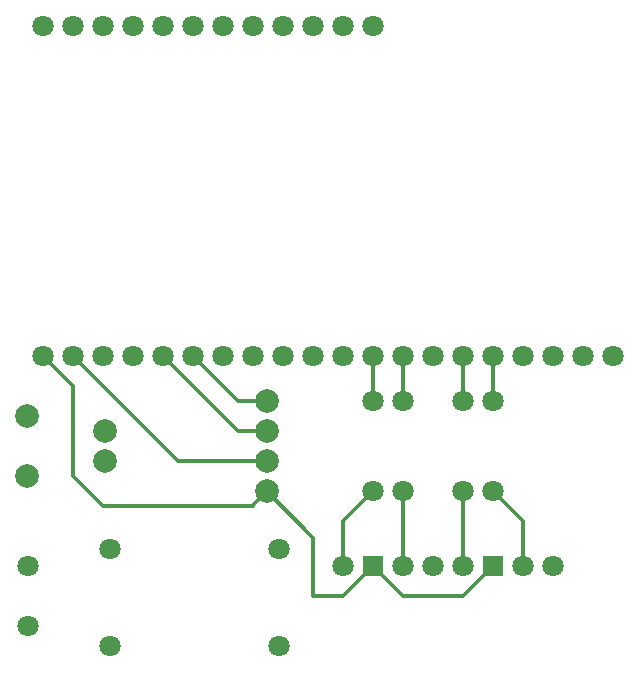
<source format=gtl>
%TF.GenerationSoftware,KiCad,Pcbnew,9.0.0*%
%TF.CreationDate,2025-03-09T03:35:17-07:00*%
%TF.ProjectId,sensor,73656e73-6f72-42e6-9b69-6361645f7063,v0.2*%
%TF.SameCoordinates,Original*%
%TF.FileFunction,Copper,L1,Top*%
%TF.FilePolarity,Positive*%
%FSLAX46Y46*%
G04 Gerber Fmt 4.6, Leading zero omitted, Abs format (unit mm)*
G04 Created by KiCad (PCBNEW 9.0.0) date 2025-03-09 03:35:17*
%MOMM*%
%LPD*%
G01*
G04 APERTURE LIST*
%TA.AperFunction,ComponentPad*%
%ADD10C,1.800000*%
%TD*%
%TA.AperFunction,ComponentPad*%
%ADD11R,1.800000X1.800000*%
%TD*%
%TA.AperFunction,ComponentPad*%
%ADD12C,2.000000*%
%TD*%
%TA.AperFunction,Conductor*%
%ADD13C,0.300000*%
%TD*%
%TA.AperFunction,Conductor*%
%ADD14C,0.200000*%
%TD*%
G04 APERTURE END LIST*
D10*
%TO.P,ESP32_UWB1,1,3V3*%
%TO.N,Net-(CAN_Transreceiver1-3.3V)*%
X25400000Y-48260000D03*
%TO.P,ESP32_UWB1,2,GND*%
%TO.N,Net-(CAN_Transreceiver1-GND)*%
X27940000Y-48260000D03*
%TO.P,ESP32_UWB1,3,RST*%
%TO.N,unconnected-(ESP32_UWB1-RST-Pad3)*%
X30480000Y-48260000D03*
%TO.P,ESP32_UWB1,4,GND*%
%TO.N,unconnected-(ESP32_UWB1-GND-Pad4)*%
X33020000Y-48260000D03*
%TO.P,ESP32_UWB1,5,IO2*%
%TO.N,Net-(CAN_Transreceiver1-CAN_RX)*%
X35560000Y-48260000D03*
%TO.P,ESP32_UWB1,6,IO12*%
%TO.N,Net-(CAN_Transreceiver1-CAN_TX)*%
X38100000Y-48260000D03*
%TO.P,ESP32_UWB1,7,IO13*%
%TO.N,unconnected-(ESP32_UWB1-IO13-Pad7)*%
X40640000Y-48260000D03*
%TO.P,ESP32_UWB1,8,IO14*%
%TO.N,unconnected-(ESP32_UWB1-IO14-Pad8)*%
X43180000Y-48260000D03*
%TO.P,ESP32_UWB1,9,IO15*%
%TO.N,unconnected-(ESP32_UWB1-IO15-Pad9)*%
X45720000Y-48260000D03*
%TO.P,ESP32_UWB1,10,IO18*%
%TO.N,unconnected-(ESP32_UWB1-IO18-Pad10)*%
X48260000Y-48260000D03*
%TO.P,ESP32_UWB1,11,IO19*%
%TO.N,unconnected-(ESP32_UWB1-IO19-Pad11)*%
X50800000Y-48260000D03*
%TO.P,ESP32_UWB1,12,IO25*%
%TO.N,Net-(ESP32_UWB1-IO25)*%
X53340000Y-48260000D03*
%TO.P,ESP32_UWB1,13,IO26*%
%TO.N,Net-(ESP32_UWB1-IO26)*%
X55880000Y-48260000D03*
%TO.P,ESP32_UWB1,14,IO27*%
%TO.N,unconnected-(ESP32_UWB1-IO27-Pad14)*%
X58420000Y-48260000D03*
%TO.P,ESP32_UWB1,15,IO32*%
%TO.N,Net-(ESP32_UWB1-IO32)*%
X60960000Y-48260000D03*
%TO.P,ESP32_UWB1,16,IO33*%
%TO.N,Net-(ESP32_UWB1-IO33)*%
X63500000Y-48260000D03*
%TO.P,ESP32_UWB1,17,IO34*%
%TO.N,unconnected-(ESP32_UWB1-IO34-Pad17)*%
X66040000Y-48260000D03*
%TO.P,ESP32_UWB1,18,IO35*%
%TO.N,unconnected-(ESP32_UWB1-IO35-Pad18)*%
X68580000Y-48260000D03*
%TO.P,ESP32_UWB1,19,IO36*%
%TO.N,unconnected-(ESP32_UWB1-IO36-Pad19)*%
X71120000Y-48260000D03*
%TO.P,ESP32_UWB1,20,IO39*%
%TO.N,unconnected-(ESP32_UWB1-IO39-Pad20)*%
X73660000Y-48260000D03*
%TO.P,ESP32_UWB1,21,5V0*%
%TO.N,Net-(5V_Regulator1-OUT+)*%
X25400000Y-20320000D03*
%TO.P,ESP32_UWB1,22,GND*%
%TO.N,Net-(5V_Regulator1-OUT-)*%
X27940000Y-20320000D03*
%TO.P,ESP32_UWB1,23,IO3*%
%TO.N,unconnected-(ESP32_UWB1-IO3-Pad23)*%
X30480000Y-20320000D03*
%TO.P,ESP32_UWB1,24,IO1*%
%TO.N,unconnected-(ESP32_UWB1-IO1-Pad24)*%
X33020000Y-20320000D03*
%TO.P,ESP32_UWB1,25,IO0*%
%TO.N,unconnected-(ESP32_UWB1-IO0-Pad25)*%
X35560000Y-20320000D03*
%TO.P,ESP32_UWB1,26,IO4*%
%TO.N,unconnected-(ESP32_UWB1-IO4-Pad26)*%
X38100000Y-20320000D03*
%TO.P,ESP32_UWB1,27,IO5*%
%TO.N,unconnected-(ESP32_UWB1-IO5-Pad27)*%
X40640000Y-20320000D03*
%TO.P,ESP32_UWB1,28,IO16*%
%TO.N,unconnected-(ESP32_UWB1-IO16-Pad28)*%
X43180000Y-20320000D03*
%TO.P,ESP32_UWB1,29,IO17*%
%TO.N,unconnected-(ESP32_UWB1-IO17-Pad29)*%
X45720000Y-20320000D03*
%TO.P,ESP32_UWB1,30,IO21*%
%TO.N,unconnected-(ESP32_UWB1-IO21-Pad30)*%
X48260000Y-20320000D03*
%TO.P,ESP32_UWB1,31,IO22*%
%TO.N,unconnected-(ESP32_UWB1-IO22-Pad31)*%
X50800000Y-20320000D03*
%TO.P,ESP32_UWB1,32,IO23*%
%TO.N,unconnected-(ESP32_UWB1-IO23-Pad32)*%
X53340000Y-20320000D03*
%TD*%
%TO.P,R3,1*%
%TO.N,Net-(TAG_LED1-R)*%
X60960000Y-59690000D03*
%TO.P,R3,2*%
%TO.N,Net-(ESP32_UWB1-IO32)*%
X60960000Y-52070000D03*
%TD*%
%TO.P,R1,1*%
%TO.N,Net-(SERVER_LED1-R)*%
X53340000Y-59690000D03*
%TO.P,R1,2*%
%TO.N,Net-(ESP32_UWB1-IO25)*%
X53340000Y-52070000D03*
%TD*%
%TO.P,R2,1*%
%TO.N,Net-(SERVER_LED1-G)*%
X55880000Y-59690000D03*
%TO.P,R2,2*%
%TO.N,Net-(ESP32_UWB1-IO26)*%
X55880000Y-52070000D03*
%TD*%
%TO.P,SERVER_LED1,1,R*%
%TO.N,Net-(SERVER_LED1-R)*%
X50800000Y-66040000D03*
D11*
%TO.P,SERVER_LED1,2,VCC*%
%TO.N,Net-(CAN_Transreceiver1-3.3V)*%
X53340000Y-66040000D03*
D10*
%TO.P,SERVER_LED1,3,G*%
%TO.N,Net-(SERVER_LED1-G)*%
X55880000Y-66040000D03*
%TO.P,SERVER_LED1,4,B*%
%TO.N,unconnected-(SERVER_LED1-B-Pad4)*%
X58420000Y-66040000D03*
%TD*%
%TO.P,5V_Regulator1,1,IN-*%
%TO.N,Net-(2_PIN_Connector1-Pin_1)*%
X31040000Y-64540000D03*
%TO.P,5V_Regulator1,2,IN+*%
%TO.N,Net-(2_PIN_Connector1-Pin_2)*%
X31040000Y-72820000D03*
%TO.P,5V_Regulator1,3,OUT-*%
%TO.N,Net-(5V_Regulator1-OUT-)*%
X45360000Y-64540000D03*
%TO.P,5V_Regulator1,4,OUT+*%
%TO.N,Net-(5V_Regulator1-OUT+)*%
X45360000Y-72820000D03*
%TD*%
%TO.P,TAG_LED1,1,R*%
%TO.N,Net-(TAG_LED1-R)*%
X60960000Y-66040000D03*
D11*
%TO.P,TAG_LED1,2,VCC*%
%TO.N,Net-(CAN_Transreceiver1-3.3V)*%
X63500000Y-66040000D03*
D10*
%TO.P,TAG_LED1,3,G*%
%TO.N,Net-(TAG_LED1-G)*%
X66040000Y-66040000D03*
%TO.P,TAG_LED1,4,B*%
%TO.N,unconnected-(TAG_LED1-B-Pad4)*%
X68580000Y-66040000D03*
%TD*%
D12*
%TO.P,CAN_Transreceiver1,1,3.3V*%
%TO.N,Net-(CAN_Transreceiver1-3.3V)*%
X44320000Y-59690000D03*
%TO.P,CAN_Transreceiver1,2,GND*%
%TO.N,Net-(CAN_Transreceiver1-GND)*%
X44320000Y-57150000D03*
%TO.P,CAN_Transreceiver1,3,CAN_RX*%
%TO.N,Net-(CAN_Transreceiver1-CAN_RX)*%
X44320000Y-54610000D03*
%TO.P,CAN_Transreceiver1,4,CAN_TX*%
%TO.N,Net-(CAN_Transreceiver1-CAN_TX)*%
X44320000Y-52070000D03*
%TO.P,CAN_Transreceiver1,5,CANL*%
%TO.N,unconnected-(CAN_Transreceiver1-CANL-Pad5)*%
X24020000Y-58420000D03*
%TO.P,CAN_Transreceiver1,6,CANH*%
%TO.N,unconnected-(CAN_Transreceiver1-CANH-Pad6)*%
X24020000Y-53340000D03*
%TO.P,CAN_Transreceiver1,7,R120*%
%TO.N,unconnected-(CAN_Transreceiver1-R120-Pad7)*%
X30620000Y-57150000D03*
%TO.P,CAN_Transreceiver1,8,R120*%
%TO.N,unconnected-(CAN_Transreceiver1-R120-Pad8)*%
X30620000Y-54610000D03*
%TD*%
D10*
%TO.P,R4,1*%
%TO.N,Net-(TAG_LED1-G)*%
X63500000Y-59690000D03*
%TO.P,R4,2*%
%TO.N,Net-(ESP32_UWB1-IO33)*%
X63500000Y-52070000D03*
%TD*%
%TO.P,2_PIN_Connector1,1,Pin_1*%
%TO.N,Net-(2_PIN_Connector1-Pin_1)*%
X24130000Y-66040000D03*
%TO.P,2_PIN_Connector1,2,Pin_2*%
%TO.N,Net-(2_PIN_Connector1-Pin_2)*%
X24130000Y-71120000D03*
%TD*%
D13*
%TO.N,Net-(CAN_Transreceiver1-CAN_RX)*%
X44320000Y-54610000D02*
X41910000Y-54610000D01*
D14*
X35560000Y-48390000D02*
X35560000Y-48260000D01*
D13*
X41910000Y-54610000D02*
X35560000Y-48260000D01*
%TO.N,Net-(CAN_Transreceiver1-CAN_TX)*%
X41910000Y-52070000D02*
X38100000Y-48260000D01*
X44320000Y-52070000D02*
X41910000Y-52070000D01*
D14*
X38100000Y-48390000D02*
X38100000Y-48260000D01*
D13*
%TO.N,Net-(CAN_Transreceiver1-GND)*%
X44320000Y-57150000D02*
X36830000Y-57150000D01*
X36830000Y-57150000D02*
X27940000Y-48260000D01*
%TO.N,Net-(CAN_Transreceiver1-3.3V)*%
X48260000Y-68580000D02*
X48260000Y-63630000D01*
X30480000Y-60960000D02*
X43180000Y-60960000D01*
X43180000Y-60960000D02*
X43180000Y-60830000D01*
X55880000Y-68580000D02*
X53340000Y-66040000D01*
X50800000Y-68580000D02*
X48260000Y-68580000D01*
X53340000Y-66040000D02*
X50800000Y-68580000D01*
X27940000Y-50800000D02*
X27940000Y-58420000D01*
X25400000Y-48260000D02*
X27940000Y-50800000D01*
X60960000Y-68580000D02*
X55880000Y-68580000D01*
X48260000Y-63630000D02*
X44320000Y-59690000D01*
X43180000Y-60830000D02*
X44320000Y-59690000D01*
X27940000Y-58420000D02*
X30480000Y-60960000D01*
X63500000Y-66040000D02*
X60960000Y-68580000D01*
%TO.N,Net-(SERVER_LED1-R)*%
X50800000Y-62230000D02*
X53340000Y-59690000D01*
X50800000Y-66040000D02*
X50800000Y-62230000D01*
%TO.N,Net-(SERVER_LED1-G)*%
X55880000Y-66040000D02*
X55880000Y-59690000D01*
%TO.N,Net-(TAG_LED1-R)*%
X60960000Y-66040000D02*
X60960000Y-59690000D01*
%TO.N,Net-(TAG_LED1-G)*%
X66040000Y-62230000D02*
X66040000Y-66040000D01*
X63500000Y-59690000D02*
X66040000Y-62230000D01*
%TO.N,Net-(ESP32_UWB1-IO32)*%
X60960000Y-52070000D02*
X60960000Y-48260000D01*
%TO.N,Net-(ESP32_UWB1-IO25)*%
X53340000Y-48260000D02*
X53340000Y-52070000D01*
%TO.N,Net-(ESP32_UWB1-IO26)*%
X55880000Y-52070000D02*
X55880000Y-48260000D01*
%TO.N,Net-(ESP32_UWB1-IO33)*%
X63500000Y-48260000D02*
X63500000Y-52070000D01*
%TD*%
M02*

</source>
